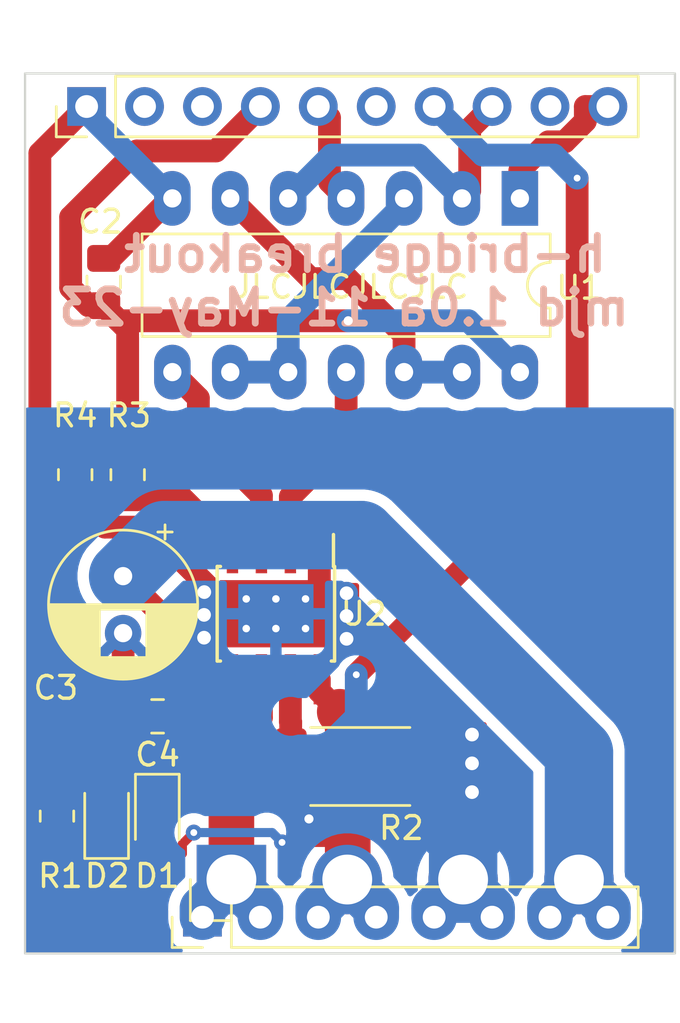
<source format=kicad_pcb>
(kicad_pcb (version 20221018) (generator pcbnew)
  (layers (0 "F.Cu" signal) (31 "B.Cu" signal) (34 "B.Paste" user) (35 "F.Paste" user) (36 "B.SilkS" user "B.Silkscreen") (37 "F.SilkS" user "F.Silkscreen") (38 "B.Mask" user) (39 "F.Mask" user) (44 "Edge.Cuts" user))
  (net 0 "")
  (net 1 "VDD")
  (net 2 "GND")
  (net 3 "VCC")
  (net 4 "/OUTA")
  (net 7 "/INB")
  (net 9 "/CS")
  (net 10 "/PWM")
  (net 12 "/INA")
  (net 13 "/OUTB")
  (net 14 "Net-(U2-VREF)")
  (net 15 "/IN1")
  (net 16 "Net-(U1-Pad12)")
  (net 17 "/IN2")
  (net 18 "Net-(U1-Pad10)")
  (net 19 "Net-(D1-A)")
  (footprint "a_library:PinHeader_1x04_P5.04mm_Vertical" (layer "F.Cu") (at 159.6 111.109 90)
    (fp_text reference "J2" hide)
    (fp_text value "Conn_01x04")
    (fp_line (start -1.8 -1.8) (end 0 -1.8) (stroke (width 0.12)) (layer "F.SilkS"))
    (fp_line (start -1.8 0) (end -1.8 -1.8) (stroke (width 0.12)) (layer "F.SilkS"))
    (pad "1" thru_hole rect (at 0 0 90) (size 3.048 3.048) (drill 2.1844) (layers "*.Cu" "*.Mask") (net 4 "/OUTA"))
    (pad "2" thru_hole circle (at 0 5.08 90) (size 3.048 3.048) (drill 2.1844) (layers "*.Cu" "*.Mask") (net 13 "/OUTB"))
    (pad "3" thru_hole circle (at 0 10.16 90) (size 3.048 3.048) (drill 2.1844) (layers "*.Cu" "*.Mask") (net 2 "GND"))
    (pad "4" thru_hole circle (at 0 15.24 90) (size 3.048 3.048) (drill 2.1844) (layers "*.Cu" "*.Mask") (net 3 "VCC"))
  )
  (footprint "Connector_PinHeader_2.54mm:PinHeader_1x08_P2.54mm_Vertical" (layer "F.Cu") (at 158.33 112.76 90)
    (fp_text reference "J3" hide)
    (fp_text value "Conn_01x08")
    (fp_line (start -1.33 -1.33) (end 0 -1.33) (stroke (width 0.12)) (layer "F.SilkS"))
    (fp_line (start -1.33 0) (end -1.33 -1.33) (stroke (width 0.12)) (layer "F.SilkS"))
    (fp_line (start -1.33 1.27) (end -1.33 19.11) (stroke (width 0.12)) (layer "F.SilkS"))
    (fp_line (start -1.33 1.27) (end 1.33 1.27) (stroke (width 0.12)) (layer "F.SilkS"))
    (fp_line (start -1.33 19.11) (end 1.33 19.11) (stroke (width 0.12)) (layer "F.SilkS"))
    (fp_line (start 1.33 1.27) (end 1.33 19.11) (stroke (width 0.12)) (layer "F.SilkS"))
    (pad "1" thru_hole rect (at 0 0 90) (size 1.7 1.7) (drill 1) (layers "*.Cu" "*.Mask") (net 4 "/OUTA"))
    (pad "2" thru_hole oval (at 0 2.54 90) (size 1.7 1.7) (drill 1) (layers "*.Cu" "*.Mask") (net 4 "/OUTA"))
    (pad "3" thru_hole oval (at 0 5.08 90) (size 1.7 1.7) (drill 1) (layers "*.Cu" "*.Mask") (net 13 "/OUTB"))
    (pad "4" thru_hole oval (at 0 7.62 90) (size 1.7 1.7) (drill 1) (layers "*.Cu" "*.Mask") (net 13 "/OUTB"))
    (pad "5" thru_hole oval (at 0 10.16 90) (size 1.7 1.7) (drill 1) (layers "*.Cu" "*.Mask") (net 2 "GND"))
    (pad "6" thru_hole oval (at 0 12.7 90) (size 1.7 1.7) (drill 1) (layers "*.Cu" "*.Mask") (net 2 "GND"))
    (pad "7" thru_hole oval (at 0 15.24 90) (size 1.7 1.7) (drill 1) (layers "*.Cu" "*.Mask") (net 3 "VCC"))
    (pad "8" thru_hole oval (at 0 17.78 90) (size 1.7 1.7) (drill 1) (layers "*.Cu" "*.Mask") (net 3 "VCC"))
  )
  (footprint "a_library:Texas_HTSOP-8-1EP_3.9x4.9mm_P1.27mm_EP2.95x4.9mm_Mask2.4x3.1mm_ThermalVias" (layer "F.Cu") (at 161.55 99.45 -90)
    (fp_text reference "U2" (at 0 -3.85 -180) (layer "F.SilkS"))
    (fp_text value "DRV8870DDA")
    (fp_line (start -2.075 -2.575) (end -2.075 -2.525) (stroke (width 0.15)) (layer "F.SilkS"))
    (fp_line (start -2.075 -2.575) (end 2.075 -2.575) (stroke (width 0.15)) (layer "F.SilkS"))
    (fp_line (start -2.075 -2.525) (end -3.475 -2.525) (stroke (width 0.15)) (layer "F.SilkS"))
    (fp_line (start -2.075 2.575) (end -2.075 2.43) (stroke (width 0.15)) (layer "F.SilkS"))
    (fp_line (start -2.075 2.575) (end 2.075 2.575) (stroke (width 0.15)) (layer "F.SilkS"))
    (fp_line (start 2.075 -2.575) (end 2.075 -2.43) (stroke (width 0.15)) (layer "F.SilkS"))
    (fp_line (start 2.075 2.575) (end 2.075 2.43) (stroke (width 0.15)) (layer "F.SilkS"))
    (pad "1" smd rect (at -2.875 -1.905 270) (size 2.2 0.5) (layers "F.Cu" "F.Paste" "F.Mask") (net 2 "GND"))
    (pad "2" smd rect (at -2.875 -0.635 270) (size 2.2 0.5) (layers "F.Cu" "F.Paste" "F.Mask") (net 17 "/IN2"))
    (pad "3" smd rect (at -2.875 0.635 270) (size 2.2 0.5) (layers "F.Cu" "F.Paste" "F.Mask") (net 15 "/IN1"))
    (pad "4" smd rect (at -2.875 1.905 270) (size 2.2 0.5) (layers "F.Cu" "F.Paste" "F.Mask") (net 14 "Net-(U2-VREF)"))
    (pad "5" smd rect (at 2.875 1.905 270) (size 2.2 0.5) (layers "F.Cu" "F.Paste" "F.Mask") (net 3 "VCC"))
    (pad "6" smd rect (at 2.875 0.635 270) (size 2.2 0.5) (layers "F.Cu" "F.Paste" "F.Mask") (net 4 "/OUTA"))
    (pad "7" smd rect (at 2.875 -0.635 270) (size 2.2 0.5) (layers "F.Cu" "F.Paste" "F.Mask") (net 9 "/CS"))
    (pad "8" smd rect (at 2.875 -1.905 270) (size 2.2 0.5) (layers "F.Cu" "F.Paste" "F.Mask") (net 13 "/OUTB"))
    (pad "9" thru_hole circle (at -0.65 -1.3 270) (size 0.63 0.63) (drill 0.33) (layers "*.Cu" "*.Mask") (net 2 "GND"))
    (pad "9" thru_hole circle (at -0.65 0 270) (size 0.63 0.63) (drill 0.33) (layers "*.Cu" "*.Mask") (net 2 "GND"))
    (pad "9" thru_hole circle (at -0.65 1.3 270) (size 0.63 0.63) (drill 0.33) (layers "*.Cu" "*.Mask") (net 2 "GND"))
    (pad "9" smd rect (at 0 0 270) (size 2.6 3.3) (property pad_prop_heatsink) (layers "B.Cu") (net 2 "GND"))
    (pad "9" smd rect (at 0 0 270) (size 2.95 4.9) (property pad_prop_heatsink) (layers "F.Cu") (net 2 "GND"))
    (pad "9" thru_hole circle (at 0.65 -1.3 270) (size 0.63 0.63) (drill 0.33) (layers "*.Cu" "*.Mask") (net 2 "GND"))
    (pad "9" thru_hole circle (at 0.65 0 270) (size 0.63 0.63) (drill 0.33) (layers "*.Cu" "*.Mask") (net 2 "GND"))
    (pad "9" thru_hole circle (at 0.65 1.3 270) (size 0.63 0.63) (drill 0.33) (layers "*.Cu" "*.Mask") (net 2 "GND"))
  )
  (footprint "Capacitor_SMD:C_0805_2012Metric_Pad1.18x1.45mm_HandSolder" (layer "F.Cu") (at 156.3625 103.95 180)
    (fp_text reference "C4" (at 0 -1.68) (layer "F.SilkS"))
    (fp_text value "100n 50V")
    (fp_line (start -0.261252 -0.735) (end 0.261252 -0.735) (stroke (width 0.12)) (layer "F.SilkS"))
    (fp_line (start -0.261252 0.735) (end 0.261252 0.735) (stroke (width 0.12)) (layer "F.SilkS"))
    (pad "1" smd roundrect (at -1.0375 0 180) (size 1.175 1.45) (layers "F.Cu" "F.Paste" "F.Mask") (roundrect_rratio 0.212766) (net 3 "VCC"))
    (pad "2" smd roundrect (at 1.0375 0 180) (size 1.175 1.45) (layers "F.Cu" "F.Paste" "F.Mask") (roundrect_rratio 0.212766) (net 2 "GND"))
  )
  (footprint "Package_DIP:DIP-14_W7.62mm_LongPads" (layer "F.Cu") (at 172.25 81.23 -90)
    (fp_text reference "U1" (at 3.92 -2.6 -180) (layer "F.SilkS"))
    (fp_text value "74HC00")
    (fp_line (start 1.56 -1.33) (end 1.56 16.57) (stroke (width 0.12)) (layer "F.SilkS"))
    (fp_line (start 1.56 16.57) (end 6.06 16.57) (stroke (width 0.12)) (layer "F.SilkS"))
    (fp_line (start 2.81 -1.33) (end 1.56 -1.33) (stroke (width 0.12)) (layer "F.SilkS"))
    (fp_line (start 6.06 -1.33) (end 4.81 -1.33) (stroke (width 0.12)) (layer "F.SilkS"))
    (fp_line (start 6.06 16.57) (end 6.06 -1.33) (stroke (width 0.12)) (layer "F.SilkS"))
    (fp_arc (start 4.81 -1.33) (mid 3.81 -0.33) (end 2.81 -1.33) (stroke (width 0.12)) (layer "F.SilkS"))
    (pad "1" thru_hole rect (at 0 0 270) (size 2.4 1.6) (drill 0.8) (layers "*.Cu" "*.Mask") (net 12 "/INA"))
    (pad "2" thru_hole oval (at 0 2.54 270) (size 2.4 1.6) (drill 0.8) (layers "*.Cu" "*.Mask") (net 10 "/PWM"))
    (pad "3" thru_hole oval (at 0 5.08 270) (size 2.4 1.6) (drill 0.8) (layers "*.Cu" "*.Mask") (net 18 "Net-(U1-Pad10)"))
    (pad "4" thru_hole oval (at 0 7.62 270) (size 2.4 1.6) (drill 0.8) (layers "*.Cu" "*.Mask") (net 7 "/INB"))
    (pad "5" thru_hole oval (at 0 10.16 270) (size 2.4 1.6) (drill 0.8) (layers "*.Cu" "*.Mask") (net 10 "/PWM"))
    (pad "6" thru_hole oval (at 0 12.7 270) (size 2.4 1.6) (drill 0.8) (layers "*.Cu" "*.Mask") (net 16 "Net-(U1-Pad12)"))
    (pad "7" thru_hole oval (at 0 15.24 270) (size 2.4 1.6) (drill 0.8) (layers "*.Cu" "*.Mask") (net 2 "GND"))
    (pad "8" thru_hole oval (at 7.62 15.24 270) (size 2.4 1.6) (drill 0.8) (layers "*.Cu" "*.Mask") (net 15 "/IN1"))
    (pad "9" thru_hole oval (at 7.62 12.7 270) (size 2.4 1.6) (drill 0.8) (layers "*.Cu" "*.Mask") (net 18 "Net-(U1-Pad10)"))
    (pad "10" thru_hole oval (at 7.62 10.16 270) (size 2.4 1.6) (drill 0.8) (layers "*.Cu" "*.Mask") (net 18 "Net-(U1-Pad10)"))
    (pad "11" thru_hole oval (at 7.62 7.62 270) (size 2.4 1.6) (drill 0.8) (layers "*.Cu" "*.Mask") (net 17 "/IN2"))
    (pad "12" thru_hole oval (at 7.62 5.08 270) (size 2.4 1.6) (drill 0.8) (layers "*.Cu" "*.Mask") (net 16 "Net-(U1-Pad12)"))
    (pad "13" thru_hole oval (at 7.62 2.54 270) (size 2.4 1.6) (drill 0.8) (layers "*.Cu" "*.Mask") (net 16 "Net-(U1-Pad12)"))
    (pad "14" thru_hole oval (at 7.62 0 270) (size 2.4 1.6) (drill 0.8) (layers "*.Cu" "*.Mask") (net 1 "VDD"))
  )
  (footprint "Connector_PinHeader_2.54mm:PinHeader_1x10_P2.54mm_Vertical" (layer "F.Cu") (at 153.25 77.2 90)
    (fp_text reference "J1" hide)
    (fp_text value "Conn_01x10")
    (fp_line (start -1.33 -1.33) (end 0 -1.33) (stroke (width 0.12)) (layer "F.SilkS"))
    (fp_line (start -1.33 0) (end -1.33 -1.33) (stroke (width 0.12)) (layer "F.SilkS"))
    (fp_line (start -1.33 1.27) (end -1.33 24.19) (stroke (width 0.12)) (layer "F.SilkS"))
    (fp_line (start -1.33 1.27) (end 1.33 1.27) (stroke (width 0.12)) (layer "F.SilkS"))
    (fp_line (start -1.33 24.19) (end 1.33 24.19) (stroke (width 0.12)) (layer "F.SilkS"))
    (fp_line (start 1.33 1.27) (end 1.33 24.19) (stroke (width 0.12)) (layer "F.SilkS"))
    (pad "1" thru_hole rect (at 0 0 90) (size 1.7 1.7) (drill 1) (layers "*.Cu" "*.Mask") (net 2 "GND"))
    (pad "2" thru_hole oval (at 0 2.54 90) (size 1.7 1.7) (drill 1) (layers "*.Cu" "*.Mask"))
    (pad "3" thru_hole oval (at 0 5.08 90) (size 1.7 1.7) (drill 1) (layers "*.Cu" "*.Mask"))
    (pad "4" thru_hole oval (at 0 7.62 90) (size 1.7 1.7) (drill 1) (layers "*.Cu" "*.Mask") (net 1 "VDD"))
    (pad "5" thru_hole oval (at 0 10.16 90) (size 1.7 1.7) (drill 1) (layers "*.Cu" "*.Mask") (net 7 "/INB"))
    (pad "6" thru_hole oval (at 0 12.7 90) (size 1.7 1.7) (drill 1) (layers "*.Cu" "*.Mask"))
    (pad "7" thru_hole oval (at 0 15.24 90) (size 1.7 1.7) (drill 1) (layers "*.Cu" "*.Mask") (net 9 "/CS"))
    (pad "8" thru_hole oval (at 0 17.78 90) (size 1.7 1.7) (drill 1) (layers "*.Cu" "*.Mask") (net 10 "/PWM"))
    (pad "9" thru_hole oval (at 0 20.32 90) (size 1.7 1.7) (drill 1) (layers "*.Cu" "*.Mask"))
    (pad "10" thru_hole oval (at 0 22.86 90) (size 1.7 1.7) (drill 1) (layers "*.Cu" "*.Mask") (net 12 "/INA"))
  )
  (footprint "LED_SMD:LED_0805_2012Metric_Pad1.15x1.40mm_HandSolder" (layer "F.Cu") (at 156.35 108.35 -90)
    (fp_text reference "D1" (at 2.6 0) (layer "F.SilkS"))
    (fp_text value "GRN")
    (fp_line (start -1.86 -0.96) (end -1.86 0.96) (stroke (width 0.12)) (layer "F.SilkS"))
    (fp_line (start -1.86 0.96) (end 1 0.96) (stroke (width 0.12)) (layer "F.SilkS"))
    (fp_line (start 1 -0.96) (end -1.86 -0.96) (stroke (width 0.12)) (layer "F.SilkS"))
    (pad "1" smd roundrect (at -1.025 0 270) (size 1.15 1.4) (layers "F.Cu" "F.Paste" "F.Mask") (roundrect_rratio 0.217391) (net 4 "/OUTA"))
    (pad "2" smd roundrect (at 1.025 0 270) (size 1.15 1.4) (layers "F.Cu" "F.Paste" "F.Mask") (roundrect_rratio 0.217391) (net 19 "Net-(D1-A)"))
  )
  (footprint "Capacitor_THT:CP_Radial_D6.3mm_P2.50mm" (layer "F.Cu") (at 154.85 97.8 -90)
    (fp_text reference "C3" (at 4.9 2.95 -180) (layer "F.SilkS"))
    (fp_text value "47u 50V")
    (fp_line (start -2.250241 -1.839) (end -1.620241 -1.839) (stroke (width 0.12)) (layer "F.SilkS"))
    (fp_line (start -1.935241 -2.154) (end -1.935241 -1.524) (stroke (width 0.12)) (layer "F.SilkS"))
    (fp_line (start 1.25 -3.23) (end 1.25 3.23) (stroke (width 0.12)) (layer "F.SilkS"))
    (fp_line (start 1.29 -3.23) (end 1.29 3.23) (stroke (width 0.12)) (layer "F.SilkS"))
    (fp_line (start 1.33 -3.23) (end 1.33 3.23) (stroke (width 0.12)) (layer "F.SilkS"))
    (fp_line (start 1.37 -3.228) (end 1.37 3.228) (stroke (width 0.12)) (layer "F.SilkS"))
    (fp_line (start 1.41 -3.227) (end 1.41 3.227) (stroke (width 0.12)) (layer "F.SilkS"))
    (fp_line (start 1.45 -3.224) (end 1.45 3.224) (stroke (width 0.12)) (layer "F.SilkS"))
    (fp_line (start 1.49 -3.222) (end 1.49 -1.04) (stroke (width 0.12)) (layer "F.SilkS"))
    (fp_line (start 1.49 1.04) (end 1.49 3.222) (stroke (width 0.12)) (layer "F.SilkS"))
    (fp_line (start 1.53 -3.218) (end 1.53 -1.04) (stroke (width 0.12)) (layer "F.SilkS"))
    (fp_line (start 1.53 1.04) (end 1.53 3.218) (stroke (width 0.12)) (layer "F.SilkS"))
    (fp_line (start 1.57 -3.215) (end 1.57 -1.04) (stroke (width 0.12)) (layer "F.SilkS"))
    (fp_line (start 1.57 1.04) (end 1.57 3.215) (stroke (width 0.12)) (layer "F.SilkS"))
    (fp_line (start 1.61 -3.211) (end 1.61 -1.04) (stroke (width 0.12)) (layer "F.SilkS"))
    (fp_line (start 1.61 1.04) (end 1.61 3.211) (stroke (width 0.12)) (layer "F.SilkS"))
    (fp_line (start 1.65 -3.206) (end 1.65 -1.04) (stroke (width 0.12)) (layer "F.SilkS"))
    (fp_line (start 1.65 1.04) (end 1.65 3.206) (stroke (width 0.12)) (layer "F.SilkS"))
    (fp_line (start 1.69 -3.201) (end 1.69 -1.04) (stroke (width 0.12)) (layer "F.SilkS"))
    (fp_line (start 1.69 1.04) (end 1.69 3.201) (stroke (width 0.12)) (layer "F.SilkS"))
    (fp_line (start 1.73 -3.195) (end 1.73 -1.04) (stroke (width 0.12)) (layer "F.SilkS"))
    (fp_line (start 1.73 1.04) (end 1.73 3.195) (stroke (width 0.12)) (layer "F.SilkS"))
    (fp_line (start 1.77 -3.189) (end 1.77 -1.04) (stroke (width 0.12)) (layer "F.SilkS"))
    (fp_line (start 1.77 1.04) (end 1.77 3.189) (stroke (width 0.12)) (layer "F.SilkS"))
    (fp_line (start 1.81 -3.182) (end 1.81 -1.04) (stroke (width 0.12)) (layer "F.SilkS"))
    (fp_line (start 1.81 1.04) (end 1.81 3.182) (stroke (width 0.12)) (layer "F.SilkS"))
    (fp_line (start 1.85 -3.175) (end 1.85 -1.04) (stroke (width 0.12)) (layer "F.SilkS"))
    (fp_line (start 1.85 1.04) (end 1.85 3.175) (stroke (width 0.12)) (layer "F.SilkS"))
    (fp_line (start 1.89 -3.167) (end 1.89 -1.04) (stroke (width 0.12)) (layer "F.SilkS"))
    (fp_line (start 1.89 1.04) (end 1.89 3.167) (stroke (width 0.12)) (layer "F.SilkS"))
    (fp_line (start 1.93 -3.159) (end 1.93 -1.04) (stroke (width 0.12)) (layer "F.SilkS"))
    (fp_line (start 1.93 1.04) (end 1.93 3.159) (stroke (width 0.12)) (layer "F.SilkS"))
    (fp_line (start 1.971 -3.15) (end 1.971 -1.04) (stroke (width 0.12)) (layer "F.SilkS"))
    (fp_line (start 1.971 1.04) (end 1.971 3.15) (stroke (width 0.12)) (layer "F.SilkS"))
    (fp_line (start 2.011 -3.141) (end 2.011 -1.04) (stroke (width 0.12)) (layer "F.SilkS"))
    (fp_line (start 2.011 1.04) (end 2.011 3.141) (stroke (width 0.12)) (layer "F.SilkS"))
    (fp_line (start 2.051 -3.131) (end 2.051 -1.04) (stroke (width 0.12)) (layer "F.SilkS"))
    (fp_line (start 2.051 1.04) (end 2.051 3.131) (stroke (width 0.12)) (layer "F.SilkS"))
    (fp_line (start 2.091 -3.121) (end 2.091 -1.04) (stroke (width 0.12)) (layer "F.SilkS"))
    (fp_line (start 2.091 1.04) (end 2.091 3.121) (stroke (width 0.12)) (layer "F.SilkS"))
    (fp_line (start 2.131 -3.11) (end 2.131 -1.04) (stroke (width 0.12)) (layer "F.SilkS"))
    (fp_line (start 2.131 1.04) (end 2.131 3.11) (stroke (width 0.12)) (layer "F.SilkS"))
    (fp_line (start 2.171 -3.098) (end 2.171 -1.04) (stroke (width 0.12)) (layer "F.SilkS"))
    (fp_line (start 2.171 1.04) (end 2.171 3.098) (stroke (width 0.12)) (layer "F.SilkS"))
    (fp_line (start 2.211 -3.086) (end 2.211 -1.04) (stroke (width 0.12)) (layer "F.SilkS"))
    (fp_line (start 2.211 1.04) (end 2.211 3.086) (stroke (width 0.12)) (layer "F.SilkS"))
    (fp_line (start 2.251 -3.074) (end 2.251 -1.04) (stroke (width 0.12)) (layer "F.SilkS"))
    (fp_line (start 2.251 1.04) (end 2.251 3.074) (stroke (width 0.12)) (layer "F.SilkS"))
    (fp_line (start 2.291 -3.061) (end 2.291 -1.04) (stroke (width 0.12)) (layer "F.SilkS"))
    (fp_line (start 2.291 1.04) (end 2.291 3.061) (stroke (width 0.12)) (layer "F.SilkS"))
    (fp_line (start 2.331 -3.047) (end 2.331 -1.04) (stroke (width 0.12)) (layer "F.SilkS"))
    (fp_line (start 2.331 1.04) (end 2.331 3.047) (stroke (width 0.12)) (layer "F.SilkS"))
    (fp_line (start 2.371 -3.033) (end 2.371 -1.04) (stroke (width 0.12)) (layer "F.SilkS"))
    (fp_line (start 2.371 1.04) (end 2.371 3.033) (stroke (width 0.12)) (layer "F.SilkS"))
    (fp_line (start 2.411 -3.018) (end 2.411 -1.04) (stroke (width 0.12)) (layer "F.SilkS"))
    (fp_line (start 2.411 1.04) (end 2.411 3.018) (stroke (width 0.12)) (layer "F.SilkS"))
    (fp_line (start 2.451 -3.002) (end 2.451 -1.04) (stroke (width 0.12)) (layer "F.SilkS"))
    (fp_line (start 2.451 1.04) (end 2.451 3.002) (stroke (width 0.12)) (layer "F.SilkS"))
    (fp_line (start 2.491 -2.986) (end 2.491 -1.04) (stroke (width 0.12)) (layer "F.SilkS"))
    (fp_line (start 2.491 1.04) (end 2.491 2.986) (stroke (width 0.12)) (layer "F.SilkS"))
    (fp_line (start 2.531 -2.97) (end 2.531 -1.04) (stroke (width 0.12)) (layer "F.SilkS"))
    (fp_line (start 2.531 1.04) (end 2.531 2.97) (stroke (width 0.12)) (layer "F.SilkS"))
    (fp_line (start 2.571 -2.952) (end 2.571 -1.04) (stroke (width 0.12)) (layer "F.SilkS"))
    (fp_line (start 2.571 1.04) (end 2.571 2.952) (stroke (width 0.12)) (layer "F.SilkS"))
    (fp_line (start 2.611 -2.934) (end 2.611 -1.04) (stroke (width 0.12)) (layer "F.SilkS"))
    (fp_line (start 2.611 1.04) (end 2.611 2.934) (stroke (width 0.12)) (layer "F.SilkS"))
    (fp_line (start 2.651 -2.916) (end 2.651 -1.04) (stroke (width 0.12)) (layer "F.SilkS"))
    (fp_line (start 2.651 1.04) (end 2.651 2.916) (stroke (width 0.12)) (layer "F.SilkS"))
    (fp_line (start 2.691 -2.896) (end 2.691 -1.04) (stroke (width 0.12)) (layer "F.SilkS"))
    (fp_line (start 2.691 1.04) (end 2.691 2.896) (stroke (width 0.12)) (layer "F.SilkS"))
    (fp_line (start 2.731 -2.876) (end 2.731 -1.04) (stroke (width 0.12)) (layer "F.SilkS"))
    (fp_line (start 2.731 1.04) (end 2.731 2.876) (stroke (width 0.12)) (layer "F.SilkS"))
    (fp_line (start 2.771 -2.856) (end 2.771 -1.04) (stroke (width 0.12)) (layer "F.SilkS"))
    (fp_line (start 2.771 1.04) (end 2.771 2.856) (stroke (width 0.12)) (layer "F.SilkS"))
    (fp_line (start 2.811 -2.834) (end 2.811 -1.04) (stroke (width 0.12)) (layer "F.SilkS"))
    (fp_line (start 2.811 1.04) (end 2.811 2.834) (stroke (width 0.12)) (layer "F.SilkS"))
    (fp_line (start 2.851 -2.812) (end 2.851 -1.04) (stroke (width 0.12)) (layer "F.SilkS"))
    (fp_line (start 2.851 1.04) (end 2.851 2.812) (stroke (width 0.12)) (layer "F.SilkS"))
    (fp_line (start 2.891 -2.79) (end 2.891 -1.04) (stroke (width 0.12)) (layer "F.SilkS"))
    (fp_line (start 2.891 1.04) (end 2.891 2.79) (stroke (width 0.12)) (layer "F.SilkS"))
    (fp_line (start 2.931 -2.766) (end 2.931 -1.04) (stroke (width 0.12)) (layer "F.SilkS"))
    (fp_line (start 2.931 1.04) (end 2.931 2.766) (stroke (width 0.12)) (layer "F.SilkS"))
    (fp_line (start 2.971 -2.742) (end 2.971 -1.04) (stroke (width 0.12)) (layer "F.SilkS"))
    (fp_line (start 2.971 1.04) (end 2.971 2.742) (stroke (width 0.12)) (layer "F.SilkS"))
    (fp_line (start 3.011 -2.716) (end 3.011 -1.04) (stroke (width 0.12)) (layer "F.SilkS"))
    (fp_line (start 3.011 1.04) (end 3.011 2.716) (stroke (width 0.12)) (layer "F.SilkS"))
    (fp_line (start 3.051 -2.69) (end 3.051 -1.04) (stroke (width 0.12)) (layer "F.SilkS"))
    (fp_line (start 3.051 1.04) (end 3.051 2.69) (stroke (width 0.12)) (layer "F.SilkS"))
    (fp_line (start 3.091 -2.664) (end 3.091 -1.04) (stroke (width 0.12)) (layer "F.SilkS"))
    (fp_line (start 3.091 1.04) (end 3.091 2.664) (stroke (width 0.12)) (layer "F.SilkS"))
    (fp_line (start 3.131 -2.636) (end 3.131 -1.04) (stroke (width 0.12)) (layer "F.SilkS"))
    (fp_line (start 3.131 1.04) (end 3.131 2.636) (stroke (width 0.12)) (layer "F.SilkS"))
    (fp_line (start 3.171 -2.607) (end 3.171 -1.04) (stroke (width 0.12)) (layer "F.SilkS"))
    (fp_line (start 3.171 1.04) (end 3.171 2.607) (stroke (width 0.12)) (layer "F.SilkS"))
    (fp_line (start 3.211 -2.578) (end 3.211 -1.04) (stroke (width 0.12)) (layer "F.SilkS"))
    (fp_line (start 3.211 1.04) (end 3.211 2.578) (stroke (width 0.12)) (layer "F.SilkS"))
    (fp_line (start 3.251 -2.548) (end 3.251 -1.04) (stroke (width 0.12)) (layer "F.SilkS"))
    (fp_line (start 3.251 1.04) (end 3.251 2.548) (stroke (width 0.12)) (layer "F.SilkS"))
    (fp_line (start 3.291 -2.516) (end 3.291 -1.04) (stroke (width 0.12)) (layer "F.SilkS"))
    (fp_line (start 3.291 1.04) (end 3.291 2.516) (stroke (width 0.12)) (layer "F.SilkS"))
    (fp_line (start 3.331 -2.484) (end 3.331 -1.04) (stroke (width 0.12)) (layer "F.SilkS"))
    (fp_line (start 3.331 1.04) (end 3.331 2.484) (stroke (width 0.12)) (layer "F.SilkS"))
    (fp_line (start 3.371 -2.45) (end 3.371 -1.04) (stroke (width 0.12)) (layer "F.SilkS"))
    (fp_line (start 3.371 1.04) (end 3.371 2.45) (stroke (width 0.12)) (layer "F.SilkS"))
    (fp_line (start 3.411 -2.416) (end 3.411 -1.04) (stroke (width 0.12)) (layer "F.SilkS"))
    (fp_line (start 3.411 1.04) (end 3.411 2.416) (stroke (width 0.12)) (layer "F.SilkS"))
    (fp_line (start 3.451 -2.38) (end 3.451 -1.04) (stroke (width 0.12)) (layer "F.SilkS"))
    (fp_line (start 3.451 1.04) (end 3.451 2.38) (stroke (width 0.12)) (layer "F.SilkS"))
    (fp_line (start 3.491 -2.343) (end 3.491 -1.04) (stroke (width 0.12)) (layer "F.SilkS"))
    (fp_line (start 3.491 1.04) (end 3.491 2.343) (stroke (width 0.12)) (layer "F.SilkS"))
    (fp_line (start 3.531 -2.305) (end 3.531 -1.04) (stroke (width 0.12)) (layer "F.SilkS"))
    (fp_line (start 3.531 1.04) (end 3.531 2.305) (stroke (width 0.12)) (layer "F.SilkS"))
    (fp_line (start 3.571 -2.265) (end 3.571 2.265) (stroke (width 0.12)) (layer "F.SilkS"))
    (fp_line (start 3.611 -2.224) (end 3.611 2.224) (stroke (width 0.12)) (layer "F.SilkS"))
    (fp_line (start 3.651 -2.182) (end 3.651 2.182) (stroke (width 0.12)) (layer "F.SilkS"))
    (fp_line (start 3.691 -2.137) (end 3.691 2.137) (stroke (width 0.12)) (layer "F.SilkS"))
    (fp_line (start 3.731 -2.092) (end 3.731 2.092) (stroke (width 0.12)) (layer "F.SilkS"))
    (fp_line (start 3.771 -2.044) (end 3.771 2.044) (stroke (width 0.12)) (layer "F.SilkS"))
    (fp_line (start 3.811 -1.995) (end 3.811 1.995) (stroke (width 0.12)) (layer "F.SilkS"))
    (fp_line (start 3.851 -1.944) (end 3.851 1.944) (stroke (width 0.12)) (layer "F.SilkS"))
    (fp_line (start 3.891 -1.89) (end 3.891 1.89) (stroke (width 0.12)) (layer "F.SilkS"))
    (fp_line (start 3.931 -1.834) (end 3.931 1.834) (stroke (width 0.12)) (layer "F.SilkS"))
    (fp_line (start 3.971 -1.776) (end 3.971 1.776) (stroke (width 0.12)) (layer "F.SilkS"))
    (fp_line (start 4.011 -1.714) (end 4.011 1.714) (stroke (width 0.12)) (layer "F.SilkS"))
    (fp_line (start 4.051 -1.65) (end 4.051 1.65) (stroke (width 0.12)) (layer "F.SilkS"))
    (fp_line (start 4.091 -1.581) (end 4.091 1.581) (stroke (width 0.12)) (layer "F.SilkS"))
    (fp_line (start 4.131 -1.509) (end 4.131 1.509) (stroke (width 0.12)) (layer "F.SilkS"))
    (fp_line (start 4.171 -1.432) (end 4.171 1.432) (stroke (width 0.12)) (layer "F.SilkS"))
    (fp_line (start 4.211 -1.35) (end 4.211 1.35) (stroke (width 0.12)) (layer "F.SilkS"))
    (fp_line (start 4.251 -1.262) (end 4.251 1.262) (stroke (width 0.12)) (layer "F.SilkS"))
    (fp_line (start 4.291 -1.165) (end 4.291 1.165) (stroke (width 0.12)) (layer "F.SilkS"))
    (fp_line (start 4.331 -1.059) (end 4.331 1.059) (stroke (width 0.12)) (layer "F.SilkS"))
    (fp_line (start 4.371 -0.94) (end 4.371 0.94) (stroke (width 0.12)) (layer "F.SilkS"))
    (fp_line (start 4.411 -0.802) (end 4.411 0.802) (stroke (width 0.12)) (layer "F.SilkS"))
    (fp_line (start 4.451 -0.633) (end 4.451 0.633) (stroke (width 0.12)) (layer "F.SilkS"))
    (fp_line (start 4.491 -0.402) (end 4.491 0.402) (stroke (width 0.12)) (layer "F.SilkS"))
    (fp_circle (center 1.25 0) (end 4.52 0) (stroke (width 0.12)) (fill none) (layer "F.SilkS"))
    (pad "1" thru_hole rect (at 0 0 270) (size 1.6 1.6) (drill 0.8) (layers "*.Cu" "*.Mask") (net 3 "VCC"))
    (pad "2" thru_hole circle (at 2.5 0 270) (size 1.6 1.6) (drill 0.8) (layers "*.Cu" "*.Mask") (net 2 "GND"))
  )
  (footprint "Capacitor_SMD:C_0805_2012Metric_Pad1.18x1.45mm_HandSolder" (layer "F.Cu") (at 154 84.9 90)
    (fp_text reference "C2" (at 2.65 -0.15 180) (layer "F.SilkS"))
    (fp_text value "100n")
    (fp_line (start -0.261252 -0.735) (end 0.261252 -0.735) (stroke (width 0.12)) (layer "F.SilkS"))
    (fp_line (start -0.261252 0.735) (end 0.261252 0.735) (stroke (width 0.12)) (layer "F.SilkS"))
    (pad "1" smd roundrect (at -1.0375 0 90) (size 1.175 1.45) (layers "F.Cu" "F.Paste" "F.Mask") (roundrect_rratio 0.212766) (net 1 "VDD"))
    (pad "2" smd roundrect (at 1.0375 0 90) (size 1.175 1.45) (layers "F.Cu" "F.Paste" "F.Mask") (roundrect_rratio 0.212766) (net 2 "GND"))
  )
  (footprint "LED_SMD:LED_0805_2012Metric_Pad1.15x1.40mm_HandSolder" (layer "F.Cu") (at 154.1275 108.325 90)
    (fp_text reference "D2" (at -2.625 0.0225) (layer "F.SilkS"))
    (fp_text value "RED")
    (fp_line (start -1.86 -0.96) (end -1.86 0.96) (stroke (width 0.12)) (layer "F.SilkS"))
    (fp_line (start -1.86 0.96) (end 1 0.96) (stroke (width 0.12)) (layer "F.SilkS"))
    (fp_line (start 1 -0.96) (end -1.86 -0.96) (stroke (width 0.12)) (layer "F.SilkS"))
    (pad "1" smd roundrect (at -1.025 0 90) (size 1.15 1.4) (layers "F.Cu" "F.Paste" "F.Mask") (roundrect_rratio 0.217391) (net 19 "Net-(D1-A)"))
    (pad "2" smd roundrect (at 1.025 0 90) (size 1.15 1.4) (layers "F.Cu" "F.Paste" "F.Mask") (roundrect_rratio 0.217391) (net 4 "/OUTA"))
  )
  (footprint "Resistor_SMD:R_0805_2012Metric_Pad1.20x1.40mm_HandSolder" (layer "F.Cu") (at 152.75 93.35 -90)
    (fp_text reference "R4" (at -2.6 0 -180) (layer "F.SilkS"))
    (fp_text value "R")
    (fp_line (start -0.227064 -0.735) (end 0.227064 -0.735) (stroke (width 0.12)) (layer "F.SilkS"))
    (fp_line (start -0.227064 0.735) (end 0.227064 0.735) (stroke (width 0.12)) (layer "F.SilkS"))
    (pad "1" smd roundrect (at -1 0 270) (size 1.2 1.4) (layers "F.Cu" "F.Paste" "F.Mask") (roundrect_rratio 0.208333) (net 14 "Net-(U2-VREF)"))
    (pad "2" smd roundrect (at 1 0 270) (size 1.2 1.4) (layers "F.Cu" "F.Paste" "F.Mask") (roundrect_rratio 0.208333) (net 2 "GND"))
  )
  (footprint "Resistor_SMD:R_0805_2012Metric_Pad1.20x1.40mm_HandSolder" (layer "F.Cu") (at 151.95 108.3275 -90)
    (fp_text reference "R1" (at 2.6275 -0.15) (layer "F.SilkS"))
    (fp_text value "4k7")
    (fp_line (start -0.227064 -0.735) (end 0.227064 -0.735) (stroke (width 0.12)) (layer "F.SilkS"))
    (fp_line (start -0.227064 0.735) (end 0.227064 0.735) (stroke (width 0.12)) (layer "F.SilkS"))
    (pad "1" smd roundrect (at -1 0 270) (size 1.2 1.4) (layers "F.Cu" "F.Paste" "F.Mask") (roundrect_rratio 0.208333) (net 19 "Net-(D1-A)"))
    (pad "2" smd roundrect (at 1 0 270) (size 1.2 1.4) (layers "F.Cu" "F.Paste" "F.Mask") (roundrect_rratio 0.208333) (net 13 "/OUTB"))
  )
  (footprint "Resistor_SMD:R_0805_2012Metric_Pad1.20x1.40mm_HandSolder" (layer "F.Cu") (at 155.05 93.35 -90)
    (fp_text reference "R3" (at -2.6 -0.05 -180) (layer "F.SilkS"))
    (fp_text value "R")
    (fp_line (start -0.227064 -0.735) (end 0.227064 -0.735) (stroke (width 0.12)) (layer "F.SilkS"))
    (fp_line (start -0.227064 0.735) (end 0.227064 0.735) (stroke (width 0.12)) (layer "F.SilkS"))
    (pad "1" smd roundrect (at -1 0 270) (size 1.2 1.4) (layers "F.Cu" "F.Paste" "F.Mask") (roundrect_rratio 0.208333) (net 1 "VDD"))
    (pad "2" smd roundrect (at 1 0 270) (size 1.2 1.4) (layers "F.Cu" "F.Paste" "F.Mask") (roundrect_rratio 0.208333) (net 14 "Net-(U2-VREF)"))
  )
  (footprint "Resistor_SMD:R_2512_6332Metric_Pad1.40x3.35mm_HandSolder" (layer "F.Cu") (at 165.25 106.15)
    (fp_text reference "R2" (at 1.8 2.7) (layer "F.SilkS"))
    (fp_text value "0R010 2W")
    (fp_line (start -2.177064 -1.71) (end 2.177064 -1.71) (stroke (width 0.12)) (layer "F.SilkS"))
    (fp_line (start -2.177064 1.71) (end 2.177064 1.71) (stroke (width 0.12)) (layer "F.SilkS"))
    (pad "1" smd roundrect (at -3.05 0) (size 1.4 3.35) (layers "F.Cu" "F.Paste" "F.Mask") (roundrect_rratio 0.178571) (net 9 "/CS"))
    (pad "2" smd roundrect (at 3.05 0) (size 1.4 3.35) (layers "F.Cu" "F.Paste" "F.Mask") (roundrect_rratio 0.178571) (net 2 "GND"))
  )
  (gr_rect (start 150.55 75.75) (end 179.05 114.35) (stroke (width 0.1)) (fill none) (layer "Edge.Cuts"))
  (gr_text "mjd 1.0a 11-May-23" (at 177.2 86.9) (layer "B.SilkS") (effects (font (size 1.5 1.5) (thickness 0.3) bold) (justify left bottom mirror)))
  (gr_text "h-bridge breakout" (at 176.2 84.55) (layer "B.SilkS") (effects (font (size 1.5 1.5) (thickness 0.3) bold) (justify left bottom mirror)))
  (gr_text "JLCJLCJLCJLC" (at 159.6 85.7) (layer "F.SilkS") (effects (font (size 1 1)) (justify left bottom)))
  (segment (start 154.6625 86.6) (end 164.720822 86.6) (width 1) (layer "F.Cu") (net 1))
  (segment (start 152.55 82.05) (end 155.45 79.15) (width 1) (layer "F.Cu") (net 1))
  (segment (start 158.92 79.15) (end 160.87 77.2) (width 1) (layer "F.Cu") (net 1))
  (segment (start 155.05 92.35) (end 155.05 86.9875) (width 1) (layer "F.Cu") (net 1))
  (segment (start 152.55 85.15) (end 152.55 82.05) (width 1) (layer "F.Cu") (net 1))
  (segment (start 154 85.9375) (end 154.6625 86.6) (width 1) (layer "F.Cu") (net 1))
  (segment (start 155.05 86.9875) (end 154 85.9375) (width 1) (layer "F.Cu") (net 1))
  (segment (start 155.45 79.15) (end 158.92 79.15) (width 1) (layer "F.Cu") (net 1))
  (segment (start 153.3375 85.9375) (end 152.55 85.15) (width 1) (layer "F.Cu") (net 1))
  (segment (start 164.720822 86.6) (end 164.722648 86.598174) (width 1) (layer "F.Cu") (net 1))
  (segment (start 154 85.9375) (end 153.3375 85.9375) (width 1) (layer "F.Cu") (net 1))
  (via (at 164.722648 86.598174) (size 0.8) (drill 0.4) (layers "F.Cu" "B.Cu") (net 1))
  (segment (start 169.998175 86.598175) (end 164.722648 86.598174) (width 1) (layer "B.Cu") (net 1))
  (segment (start 172.25 88.85) (end 169.998175 86.598175) (width 1) (layer "B.Cu") (net 1))
  (segment (start 157.01 81.23) (end 156.9325 81.23) (width 1) (layer "F.Cu") (net 2))
  (segment (start 159.77 99.45) (end 161.55 99.45) (width 1) (layer "F.Cu") (net 2))
  (segment (start 163.455 96.575) (end 163.455 98.195) (width 1) (layer "F.Cu") (net 2))
  (segment (start 162.78 99.45) (end 161.65 99.45) (width 1) (layer "F.Cu") (net 2))
  (segment (start 154.05 95.65) (end 155.97 95.65) (width 1) (layer "F.Cu") (net 2))
  (segment (start 155.325 103.95) (end 155.325 103.893503) (width 1) (layer "F.Cu") (net 2))
  (segment (start 154.85 103.418503) (end 154.85 100.3) (width 1) (layer "F.Cu") (net 2))
  (segment (start 161.55 99.45) (end 162.325 98.675) (width 1) (layer "F.Cu") (net 2))
  (segment (start 162.68 99.45) (end 161.55 99.45) (width 1) (layer "F.Cu") (net 2))
  (segment (start 156.9325 81.23) (end 154.3 83.8625) (width 1) (layer "F.Cu") (net 2))
  (segment (start 155.97 95.65) (end 159.77 99.45) (width 1) (layer "F.Cu") (net 2))
  (segment (start 151.2 79.25) (end 153.25 77.2) (width 1) (layer "F.Cu") (net 2))
  (segment (start 152.606497 94.35) (end 151.2 92.943503) (width 1) (layer "F.Cu") (net 2))
  (segment (start 152.75 94.35) (end 152.606497 94.35) (width 1) (layer "F.Cu") (net 2))
  (segment (start 162.325 98.675) (end 163.455 98.675) (width 1) (layer "F.Cu") (net 2))
  (segment (start 151.2 92.943503) (end 151.2 79.25) (width 1) (layer "F.Cu") (net 2))
  (segment (start 159.25 98.8) (end 160.25 98.8) (width 1) (layer "F.Cu") (net 2))
  (segment (start 152.75 94.35) (end 154.05 95.65) (width 1) (layer "F.Cu") (net 2))
  (segment (start 163.455 98.195) (end 162.85 98.8) (width 1) (layer "F.Cu") (net 2))
  (segment (start 154.3 83.8625) (end 154 83.8625) (width 1) (layer "F.Cu") (net 2))
  (segment (start 163.455 96.575) (end 163.455 98.675) (width 1) (layer "F.Cu") (net 2))
  (segment (start 155.325 103.893503) (end 154.85 103.418503) (width 1) (layer "F.Cu") (net 2))
  (via (at 158.4 99.5) (size 1) (drill 0.6) (layers "F.Cu" "B.Cu") (net 2))
  (via (at 170.15 106.0125) (size 1) (drill 0.6) (layers "F.Cu" "B.Cu") (net 2))
  (via (at 164.65 100.55) (size 1) (drill 0.6) (layers "F.Cu" "B.Cu") (net 2))
  (via (at 170.15 104.75) (size 1) (drill 0.6) (layers "F.Cu" "B.Cu") (net 2))
  (via (at 164.65 98.55) (size 1) (drill 0.6) (layers "F.Cu" "B.Cu") (net 2))
  (via (at 158.4 100.5) (size 1) (drill 0.6) (layers "F.Cu" "B.Cu") (net 2))
  (via (at 164.65 99.55) (size 1) (drill 0.6) (layers "F.Cu" "B.Cu") (net 2))
  (via (at 158.41 98.5) (size 1) (drill 0.6) (layers "F.Cu" "B.Cu") (net 2))
  (via (at 170.15 107.275) (size 1) (drill 0.6) (layers "F.Cu" "B.Cu") (net 2))
  (segment (start 153.25 77.47) (end 157.01 81.23) (width 1) (layer "B.Cu") (net 2))
  (segment (start 171.03 112.379) (end 169.76 111.109) (width 2) (layer "B.Cu") (net 2))
  (segment (start 169.76 107.665) (end 170.15 107.275) (width 3) (layer "B.Cu") (net 2))
  (segment (start 171.03 112.76) (end 171.03 112.379) (width 2) (layer "B.Cu") (net 2))
  (segment (start 153.25 77.2) (end 153.25 77.47) (width 1) (layer "B.Cu") (net 2))
  (segment (start 168.49 112.76) (end 168.49 112.379) (width 2) (layer "B.Cu") (net 2))
  (segment (start 168.49 112.379) (end 169.76 111.109) (width 2) (layer "B.Cu") (net 2))
  (segment (start 169.76 111.109) (end 169.76 107.665) (width 3) (layer "B.Cu") (net 2))
  (segment (start 157.75 103.95) (end 159.375 102.325) (width 1) (layer "F.Cu") (net 3))
  (segment (start 154.85 97.8) (end 156.35 99.3) (width 1) (layer "F.Cu") (net 3))
  (segment (start 157.4 103.95) (end 157.75 103.95) (width 1) (layer "F.Cu") (net 3))
  (segment (start 156.35 99.3) (end 156.35 100.25) (width 1) (layer "F.Cu") (net 3))
  (segment (start 158.425 102.325) (end 159.375 102.325) (width 1) (layer "F.Cu") (net 3))
  (segment (start 156.35 100.25) (end 158.425 102.325) (width 1) (layer "F.Cu") (net 3))
  (segment (start 159.375 102.325) (end 159.645 102.325) (width 1) (layer "F.Cu") (net 3))
  (segment (start 174.84 111.109) (end 174.84 105.54) (width 3) (layer "B.Cu") (net 3))
  (segment (start 173.57 112.379) (end 174.84 111.109) (width 2) (layer "B.Cu") (net 3))
  (segment (start 156.65 96) (end 154.85 97.8) (width 3) (layer "B.Cu") (net 3))
  (segment (start 176.11 112.76) (end 176.11 112.379) (width 2) (layer "B.Cu") (net 3))
  (segment (start 176.11 112.379) (end 174.84 111.109) (width 2) (layer "B.Cu") (net 3))
  (segment (start 174.84 105.54) (end 165.3 96) (width 3) (layer "B.Cu") (net 3))
  (segment (start 165.3 96) (end 156.65 96) (width 3) (layer "B.Cu") (net 3))
  (segment (start 173.57 112.76) (end 173.57 112.379) (width 2) (layer "B.Cu") (net 3))
  (segment (start 159.6 107.35) (end 159.6 105.325) (width 2) (layer "F.Cu") (net 4))
  (segment (start 154.1275 107.3) (end 156.325 107.3) (width 0.4) (layer "F.Cu") (net 4))
  (segment (start 159.6 105.325) (end 160.3 104.625) (width 2) (layer "F.Cu") (net 4))
  (segment (start 156.325 107.3) (end 156.35 107.325) (width 0.4) (layer "F.Cu") (net 4))
  (segment (start 160.915 104.01) (end 160.915 102.325) (width 1) (layer "F.Cu") (net 4))
  (segment (start 159.6 111.109) (end 159.6 107.35) (width 2) (layer "F.Cu") (net 4))
  (segment (start 156.35 107.325) (end 159.575 107.325) (width 0.4) (layer "F.Cu") (net 4))
  (segment (start 159.575 107.325) (end 159.6 107.35) (width 0.4) (layer "F.Cu") (net 4))
  (segment (start 160.3 104.625) (end 160.915 104.01) (width 1) (layer "F.Cu") (net 4))
  (segment (start 160.87 112.76) (end 160.87 112.379) (width 2) (layer "B.Cu") (net 4))
  (segment (start 158.33 112.76) (end 158.33 112.379) (width 2) (layer "B.Cu") (net 4))
  (segment (start 158.33 112.379) (end 159.6 111.109) (width 2) (layer "B.Cu") (net 4))
  (segment (start 160.87 112.379) (end 159.6 111.109) (width 2) (layer "B.Cu") (net 4))
  (segment (start 163.9 77.69) (end 163.9 80.5) (width 1) (layer "F.Cu") (net 7))
  (segment (start 163.41 77.2) (end 163.9 77.69) (width 1) (layer "F.Cu") (net 7))
  (segment (start 163.9 80.5) (end 164.63 81.23) (width 1) (layer "F.Cu") (net 7))
  (segment (start 174.76 80.34) (end 174.76 92.44) (width 1) (layer "F.Cu") (net 9))
  (segment (start 162.2 106.15) (end 162.2 104.2) (width 1) (layer "F.Cu") (net 9))
  (segment (start 162.185 102.325) (end 162.185 104.185) (width 1) (layer "F.Cu") (net 9))
  (segment (start 162.2 104.2) (end 162.185 104.185) (width 1) (layer "F.Cu") (net 9))
  (segment (start 162.2 107.65) (end 163 108.45) (width 1) (layer "F.Cu") (net 9))
  (segment (start 174.76 92.44) (end 165.075 102.125) (width 1) (layer "F.Cu") (net 9))
  (segment (start 162.2 106.15) (end 162.2 107.65) (width 1) (layer "F.Cu") (net 9))
  (via (at 174.76 80.34) (size 0.7) (drill 0.3) (layers "F.Cu" "B.Cu") (net 9))
  (via (at 163 108.45) (size 0.8) (drill 0.4) (layers "F.Cu" "B.Cu") (net 9))
  (via (at 165.075 102.125) (size 0.7) (drill 0.3) (layers "F.Cu" "B.Cu") (net 9))
  (segment (start 165.075 102.125) (end 165.075 106.375) (width 1) (layer "B.Cu") (net 9))
  (segment (start 168.49 77.2) (end 170.62 79.33) (width 1) (layer "B.Cu") (net 9))
  (segment (start 173.75 79.33) (end 174.76 80.34) (width 1) (layer "B.Cu") (net 9))
  (segment (start 170.62 79.33) (end 173.75 79.33) (width 1) (layer "B.Cu") (net 9))
  (segment (start 165.075 106.375) (end 163 108.45) (width 1) (layer "B.Cu") (net 9))
  (segment (start 169.71 81.23) (end 170.05 80.89) (width 1) (layer "F.Cu") (net 10))
  (segment (start 170.05 80.89) (end 170.05 78.18) (width 1) (layer "F.Cu") (net 10))
  (segment (start 170.05 78.18) (end 171.03 77.2) (width 1) (layer "F.Cu") (net 10))
  (segment (start 167.81 79.33) (end 169.71 81.23) (width 1) (layer "B.Cu") (net 10))
  (segment (start 163.99 79.33) (end 167.81 79.33) (width 1) (layer "B.Cu") (net 10))
  (segment (start 162.09 81.23) (end 163.99 79.33) (width 1) (layer "B.Cu") (net 10))
  (segment (start 175.12 77.842032) (end 174.212032 78.75) (width 1) (layer "F.Cu") (net 12))
  (segment (start 172.25 80) (end 172.25 81.23) (width 1) (layer "F.Cu") (net 12))
  (segment (start 173.5 78.75) (end 172.25 80) (width 1) (layer "F.Cu") (net 12))
  (segment (start 176.11 77.2) (end 175.12 77.2) (width 1) (layer "F.Cu") (net 12))
  (segment (start 175.12 77.2) (end 175.12 77.842032) (width 1) (layer "F.Cu") (net 12))
  (segment (start 174.212032 78.75) (end 173.5 78.75) (width 1) (layer "F.Cu") (net 12))
  (segment (start 163.455 102.325) (end 163.455 102.855) (width 1) (layer "F.Cu") (net 13))
  (segment (start 157.45 109.969239) (end 157.45 109.55) (width 0.4) (layer "F.Cu") (net 13))
  (segment (start 153.13875 110.56125) (end 156.857989 110.56125) (width 0.4) (layer "F.Cu") (net 13))
  (segment (start 164.7 109) (end 164.2195 109.4805) (width 0.4) (layer "F.Cu") (net 13))
  (segment (start 156.857989 110.56125) (end 157.45 109.969239) (width 0.4) (layer "F.Cu") (net 13))
  (segment (start 164.68 111.109) (end 164.7 111.089) (width 2) (layer "F.Cu") (net 13))
  (segment (start 157.45 109.55) (end 157.95 109.05) (width 0.4) (layer "F.Cu") (net 13))
  (segment (start 163.455 102.855) (end 164.35 103.75) (width 1) (layer "F.Cu") (net 13))
  (segment (start 164.2195 109.4805) (end 161.8195 109.4805) (width 0.4) (layer "F.Cu") (net 13))
  (segment (start 151.95 109.3725) (end 153.13875 110.56125) (width 0.4) (layer "F.Cu") (net 13))
  (segment (start 164.7 104.1) (end 164.35 103.75) (width 2) (layer "F.Cu") (net 13))
  (segment (start 164.7 109) (end 164.7 104.1) (width 2) (layer "F.Cu") (net 13))
  (segment (start 164.7 111.089) (end 164.7 109) (width 2) (layer "F.Cu") (net 13))
  (via (at 157.95 109.05) (size 0.7) (drill 0.3) (layers "F.Cu" "B.Cu") (net 13))
  (via (at 161.8195 109.4805) (size 0.7) (drill 0.3) (layers "F.Cu" "B.Cu") (net 13))
  (segment (start 165.95 112.76) (end 165.95 112.379) (width 2) (layer "B.Cu") (net 13))
  (segment (start 161.389 109.05) (end 161.8195 109.4805) (width 0.4) (layer "B.Cu") (net 13))
  (segment (start 165.95 112.379) (end 164.68 111.109) (width 2) (layer "B.Cu") (net 13))
  (segment (start 163.41 112.379) (end 164.68 111.109) (width 2) (layer "B.Cu") (net 13))
  (segment (start 157.95 109.05) (end 161.389 109.05) (width 0.4) (layer "B.Cu") (net 13))
  (segment (start 163.41 112.76) (end 163.41 112.379) (width 2) (layer "B.Cu") (net 13))
  (segment (start 157.42 94.35) (end 159.645 96.575) (width 1) (layer "F.Cu") (net 14))
  (segment (start 152.75 92.35) (end 152.893503 92.35) (width 1) (layer "F.Cu") (net 14))
  (segment (start 155.05 94.35) (end 157.42 94.35) (width 1) (layer "F.Cu") (net 14))
  (segment (start 152.893503 92.35) (end 154.893503 94.35) (width 1) (layer "F.Cu") (net 14))
  (segment (start 154.893503 94.35) (end 155.05 94.35) (width 1) (layer "F.Cu") (net 14))
  (segment (start 160.915 94.265) (end 160.915 96.575) (width 1) (layer "F.Cu") (net 15))
  (segment (start 158.15 91.5) (end 160.915 94.265) (width 1) (layer "F.Cu") (net 15))
  (segment (start 158.15 89.99) (end 158.15 91.5) (width 1) (layer "F.Cu") (net 15))
  (segment (start 157.01 88.85) (end 158.15 89.99) (width 1) (layer "F.Cu") (net 15))
  (segment (start 159.55 81.23) (end 163.07 84.75) (width 1) (layer "F.Cu") (net 16))
  (segment (start 164.7 84.75) (end 167.17 87.22) (width 1) (layer "F.Cu") (net 16))
  (segment (start 163.07 84.75) (end 164.7 84.75) (width 1) (layer "F.Cu") (net 16))
  (segment (start 167.17 87.22) (end 167.17 88.85) (width 1) (layer "F.Cu") (net 16))
  (segment (start 167.17 88.85) (end 169.71 88.85) (width 1) (layer "B.Cu") (net 16))
  (segment (start 162.185 94.315) (end 162.185 96.575) (width 1) (layer "F.Cu") (net 17))
  (segment (start 164.63 88.85) (end 164.63 91.87) (width 1) (layer "F.Cu") (net 17))
  (segment (start 164.63 91.87) (end 162.185 94.315) (width 1) (layer "F.Cu") (net 17))
  (segment (start 159.55 88.85) (end 162.09 88.85) (width 1) (layer "B.Cu") (net 18))
  (segment (start 162.09 86.56) (end 162.09 88.85) (width 1) (layer "B.Cu") (net 18))
  (segment (start 167.17 81.48) (end 162.09 86.56) (width 1) (layer "B.Cu") (net 18))
  (segment (start 167.17 81.23) (end 167.17 81.48) (width 1) (layer "B.Cu") (net 18))
  (segment (start 152.08 107.30375) (end 154.1275 109.35125) (width 0.6) (layer "F.Cu") (net 19))
  (segment (start 156.325 109.35) (end 156.35 109.375) (width 0.4) (layer "F.Cu") (net 19))
  (segment (start 154.1275 109.35) (end 156.325 109.35) (width 0.4) (layer "F.Cu") (net 19))
  (zone (net 2) (net_name "GND") (layer "F.Cu") (priority 2) (connect_pads yes (clearance 0.5)) (min_thickness 0.25) (fill yes (thermal_gap 0.5) (thermal_bridge_width 0.5))
    (polygon (pts (xy 157.4 98.1) (xy 165.2 98.1) (xy 165.2 100.95) (xy 165.15 101) (xy 157.45 101) (xy 157.4 100.95)))
  )
  (zone (net 2) (net_name "GND") (layer "F.Cu") (priority 1) (connect_pads yes (clearance 0.5)) (min_thickness 0.25) (fill yes (thermal_gap 0.5) (thermal_bridge_width 0.5))
    (polygon (pts (xy 170.8 108) (xy 168.15 108) (xy 168.15 104.2) (xy 170.8 104.2)))
  )
  (zone (net 2) (net_name "GND") (layer "B.Cu") (connect_pads (clearance 0.5)) (min_thickness 0.25) (fill yes (thermal_gap 0.5) (thermal_bridge_width 0.5))
    (polygon (pts (xy 150.5 114.45) (xy 179 114.45) (xy 179 90.4) (xy 150.5 90.4)))
  )
)
</source>
